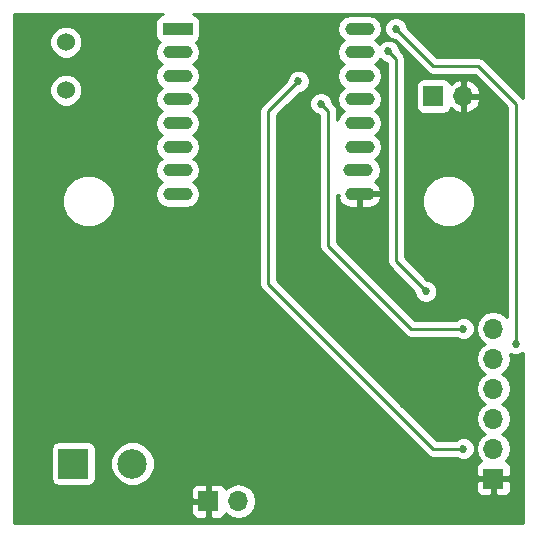
<source format=gbr>
G04 #@! TF.FileFunction,Copper,L2,Bot,Signal*
%FSLAX46Y46*%
G04 Gerber Fmt 4.6, Leading zero omitted, Abs format (unit mm)*
G04 Created by KiCad (PCBNEW 4.0.5) date 2017 May 09, Tuesday 22:40:34*
%MOMM*%
%LPD*%
G01*
G04 APERTURE LIST*
%ADD10C,0.100000*%
%ADD11R,2.500000X1.100000*%
%ADD12O,2.500000X1.100000*%
%ADD13C,1.524000*%
%ADD14R,2.500000X2.500000*%
%ADD15C,2.500000*%
%ADD16R,1.700000X1.700000*%
%ADD17O,1.700000X1.700000*%
%ADD18C,0.685800*%
%ADD19C,0.254000*%
G04 APERTURE END LIST*
D10*
D11*
X166940000Y-85725000D03*
D12*
X166940000Y-87725000D03*
X166940000Y-89725000D03*
X166940000Y-91725000D03*
X166940000Y-93725000D03*
X166940000Y-95725000D03*
X166940000Y-97725000D03*
X166940000Y-99725000D03*
X182340000Y-99725000D03*
X182240000Y-97725000D03*
X182340000Y-95725000D03*
X182340000Y-93725000D03*
X182340000Y-91725000D03*
X182340000Y-89725000D03*
X182340000Y-87725000D03*
X182340000Y-85725000D03*
D13*
X157480000Y-86868000D03*
X157480000Y-90932000D03*
D14*
X158115000Y-122555000D03*
D15*
X163115000Y-122555000D03*
D16*
X169545000Y-125730000D03*
D17*
X172085000Y-125730000D03*
D16*
X193675000Y-123825000D03*
D17*
X193675000Y-121285000D03*
X193675000Y-118745000D03*
X193675000Y-116205000D03*
X193675000Y-113665000D03*
X193675000Y-111125000D03*
D16*
X188595000Y-91440000D03*
D17*
X191135000Y-91440000D03*
D18*
X158750000Y-110490000D03*
X194310000Y-93345000D03*
X164465000Y-102870000D03*
X186055000Y-120650000D03*
X186055000Y-124460000D03*
X173355000Y-112395000D03*
X176530000Y-102235000D03*
X173355000Y-121285000D03*
X186055000Y-117475000D03*
X186690000Y-113030000D03*
X187960000Y-107950000D03*
X184785000Y-87630000D03*
X195580000Y-112395000D03*
X185420000Y-85725000D03*
X191135000Y-121285000D03*
X177165000Y-90170000D03*
X191135000Y-111125000D03*
X179070000Y-92075000D03*
D19*
X185420000Y-105410000D02*
X187960000Y-107950000D01*
X185420000Y-88265000D02*
X185420000Y-105410000D01*
X184785000Y-87630000D02*
X185420000Y-88265000D01*
X195580000Y-92075000D02*
X195580000Y-112395000D01*
X192405000Y-88900000D02*
X195580000Y-92075000D01*
X188595000Y-88900000D02*
X192405000Y-88900000D01*
X185420000Y-85725000D02*
X188595000Y-88900000D01*
X188595000Y-121285000D02*
X191135000Y-121285000D01*
X174625000Y-107315000D02*
X188595000Y-121285000D01*
X174625000Y-92710000D02*
X174625000Y-107315000D01*
X177165000Y-90170000D02*
X174625000Y-92710000D01*
X186690000Y-111125000D02*
X191135000Y-111125000D01*
X179705000Y-104140000D02*
X186690000Y-111125000D01*
X179705000Y-92710000D02*
X179705000Y-104140000D01*
X179070000Y-92075000D02*
X179705000Y-92710000D01*
G36*
X165454683Y-84571838D02*
X165238559Y-84710910D01*
X165093569Y-84923110D01*
X165042560Y-85175000D01*
X165042560Y-86275000D01*
X165086838Y-86510317D01*
X165225910Y-86726441D01*
X165413615Y-86854694D01*
X165365149Y-86887078D01*
X165108274Y-87271520D01*
X165018071Y-87725000D01*
X165108274Y-88178480D01*
X165365149Y-88562922D01*
X165607717Y-88725000D01*
X165365149Y-88887078D01*
X165108274Y-89271520D01*
X165018071Y-89725000D01*
X165108274Y-90178480D01*
X165365149Y-90562922D01*
X165607717Y-90725000D01*
X165365149Y-90887078D01*
X165108274Y-91271520D01*
X165018071Y-91725000D01*
X165108274Y-92178480D01*
X165365149Y-92562922D01*
X165607717Y-92725000D01*
X165365149Y-92887078D01*
X165108274Y-93271520D01*
X165018071Y-93725000D01*
X165108274Y-94178480D01*
X165365149Y-94562922D01*
X165607717Y-94725000D01*
X165365149Y-94887078D01*
X165108274Y-95271520D01*
X165018071Y-95725000D01*
X165108274Y-96178480D01*
X165365149Y-96562922D01*
X165607717Y-96725000D01*
X165365149Y-96887078D01*
X165108274Y-97271520D01*
X165018071Y-97725000D01*
X165108274Y-98178480D01*
X165365149Y-98562922D01*
X165607717Y-98725000D01*
X165365149Y-98887078D01*
X165108274Y-99271520D01*
X165018071Y-99725000D01*
X165108274Y-100178480D01*
X165365149Y-100562922D01*
X165749591Y-100819797D01*
X166203071Y-100910000D01*
X167676929Y-100910000D01*
X168130409Y-100819797D01*
X168514851Y-100562922D01*
X168771726Y-100178480D01*
X168861929Y-99725000D01*
X168771726Y-99271520D01*
X168514851Y-98887078D01*
X168272283Y-98725000D01*
X168514851Y-98562922D01*
X168771726Y-98178480D01*
X168861929Y-97725000D01*
X168771726Y-97271520D01*
X168514851Y-96887078D01*
X168272283Y-96725000D01*
X168514851Y-96562922D01*
X168771726Y-96178480D01*
X168861929Y-95725000D01*
X168771726Y-95271520D01*
X168514851Y-94887078D01*
X168272283Y-94725000D01*
X168514851Y-94562922D01*
X168771726Y-94178480D01*
X168861929Y-93725000D01*
X168771726Y-93271520D01*
X168514851Y-92887078D01*
X168272283Y-92725000D01*
X168294732Y-92710000D01*
X173863000Y-92710000D01*
X173863000Y-107315000D01*
X173921004Y-107606605D01*
X174021052Y-107756337D01*
X174086185Y-107853815D01*
X188056184Y-121823815D01*
X188303395Y-121988996D01*
X188595000Y-122047000D01*
X190513917Y-122047000D01*
X190580341Y-122113540D01*
X190939630Y-122262730D01*
X191328663Y-122263069D01*
X191688212Y-122114507D01*
X191963540Y-121839659D01*
X192112730Y-121480370D01*
X192113069Y-121091337D01*
X191964507Y-120731788D01*
X191689659Y-120456460D01*
X191330370Y-120307270D01*
X190941337Y-120306931D01*
X190581788Y-120455493D01*
X190514163Y-120523000D01*
X188910631Y-120523000D01*
X175387000Y-106999370D01*
X175387000Y-93025630D01*
X176143967Y-92268663D01*
X178091931Y-92268663D01*
X178240493Y-92628212D01*
X178515341Y-92903540D01*
X178874630Y-93052730D01*
X178943000Y-93052790D01*
X178943000Y-104140000D01*
X179001004Y-104431605D01*
X179145596Y-104648001D01*
X179166185Y-104678815D01*
X186151185Y-111663816D01*
X186299377Y-111762834D01*
X186398395Y-111828996D01*
X186690000Y-111887000D01*
X190513917Y-111887000D01*
X190580341Y-111953540D01*
X190939630Y-112102730D01*
X191328663Y-112103069D01*
X191688212Y-111954507D01*
X191963540Y-111679659D01*
X192112730Y-111320370D01*
X192113069Y-110931337D01*
X191964507Y-110571788D01*
X191689659Y-110296460D01*
X191330370Y-110147270D01*
X190941337Y-110146931D01*
X190581788Y-110295493D01*
X190514163Y-110363000D01*
X187005631Y-110363000D01*
X180467000Y-103824370D01*
X180467000Y-99852002D01*
X180621638Y-99852002D01*
X180496197Y-100034744D01*
X180496602Y-100061146D01*
X180712276Y-100473118D01*
X181069187Y-100771196D01*
X181513000Y-100910000D01*
X182213000Y-100910000D01*
X182213000Y-99852000D01*
X182467000Y-99852000D01*
X182467000Y-100910000D01*
X183167000Y-100910000D01*
X183610813Y-100771196D01*
X183967724Y-100473118D01*
X184183398Y-100061146D01*
X184183803Y-100034744D01*
X184058361Y-99852000D01*
X182467000Y-99852000D01*
X182213000Y-99852000D01*
X182193000Y-99852000D01*
X182193000Y-99598000D01*
X182213000Y-99598000D01*
X182213000Y-99578000D01*
X182467000Y-99578000D01*
X182467000Y-99598000D01*
X184058361Y-99598000D01*
X184183803Y-99415256D01*
X184183398Y-99388854D01*
X183967724Y-98976882D01*
X183624417Y-98690165D01*
X183814851Y-98562922D01*
X184071726Y-98178480D01*
X184161929Y-97725000D01*
X184071726Y-97271520D01*
X183814851Y-96887078D01*
X183622283Y-96758409D01*
X183914851Y-96562922D01*
X184171726Y-96178480D01*
X184261929Y-95725000D01*
X184171726Y-95271520D01*
X183914851Y-94887078D01*
X183672283Y-94725000D01*
X183914851Y-94562922D01*
X184171726Y-94178480D01*
X184261929Y-93725000D01*
X184171726Y-93271520D01*
X183914851Y-92887078D01*
X183672283Y-92725000D01*
X183914851Y-92562922D01*
X184171726Y-92178480D01*
X184261929Y-91725000D01*
X184171726Y-91271520D01*
X183914851Y-90887078D01*
X183672283Y-90725000D01*
X183914851Y-90562922D01*
X184171726Y-90178480D01*
X184261929Y-89725000D01*
X184171726Y-89271520D01*
X183914851Y-88887078D01*
X183672283Y-88725000D01*
X183914851Y-88562922D01*
X184083131Y-88311073D01*
X184230341Y-88458540D01*
X184589630Y-88607730D01*
X184658000Y-88607790D01*
X184658000Y-105410000D01*
X184716004Y-105701605D01*
X184881185Y-105948815D01*
X186982013Y-108049644D01*
X186981931Y-108143663D01*
X187130493Y-108503212D01*
X187405341Y-108778540D01*
X187764630Y-108927730D01*
X188153663Y-108928069D01*
X188513212Y-108779507D01*
X188788540Y-108504659D01*
X188937730Y-108145370D01*
X188938069Y-107756337D01*
X188789507Y-107396788D01*
X188514659Y-107121460D01*
X188155370Y-106972270D01*
X188059818Y-106972187D01*
X186182000Y-105094370D01*
X186182000Y-100772619D01*
X187629613Y-100772619D01*
X187969155Y-101594372D01*
X188597321Y-102223636D01*
X189418481Y-102564611D01*
X190307619Y-102565387D01*
X191129372Y-102225845D01*
X191758636Y-101597679D01*
X192099611Y-100776519D01*
X192100387Y-99887381D01*
X191760845Y-99065628D01*
X191132679Y-98436364D01*
X190311519Y-98095389D01*
X189422381Y-98094613D01*
X188600628Y-98434155D01*
X187971364Y-99062321D01*
X187630389Y-99883481D01*
X187629613Y-100772619D01*
X186182000Y-100772619D01*
X186182000Y-90590000D01*
X187097560Y-90590000D01*
X187097560Y-92290000D01*
X187141838Y-92525317D01*
X187280910Y-92741441D01*
X187493110Y-92886431D01*
X187745000Y-92937440D01*
X189445000Y-92937440D01*
X189680317Y-92893162D01*
X189896441Y-92754090D01*
X190041431Y-92541890D01*
X190063301Y-92433893D01*
X190368076Y-92711645D01*
X190778110Y-92881476D01*
X191008000Y-92760155D01*
X191008000Y-91567000D01*
X191262000Y-91567000D01*
X191262000Y-92760155D01*
X191491890Y-92881476D01*
X191901924Y-92711645D01*
X192330183Y-92321358D01*
X192576486Y-91796892D01*
X192455819Y-91567000D01*
X191262000Y-91567000D01*
X191008000Y-91567000D01*
X190988000Y-91567000D01*
X190988000Y-91313000D01*
X191008000Y-91313000D01*
X191008000Y-90119845D01*
X191262000Y-90119845D01*
X191262000Y-91313000D01*
X192455819Y-91313000D01*
X192576486Y-91083108D01*
X192330183Y-90558642D01*
X191901924Y-90168355D01*
X191491890Y-89998524D01*
X191262000Y-90119845D01*
X191008000Y-90119845D01*
X190778110Y-89998524D01*
X190368076Y-90168355D01*
X190065063Y-90444501D01*
X190048162Y-90354683D01*
X189909090Y-90138559D01*
X189696890Y-89993569D01*
X189445000Y-89942560D01*
X187745000Y-89942560D01*
X187509683Y-89986838D01*
X187293559Y-90125910D01*
X187148569Y-90338110D01*
X187097560Y-90590000D01*
X186182000Y-90590000D01*
X186182000Y-88265000D01*
X186123996Y-87973395D01*
X186023948Y-87823663D01*
X185958816Y-87726185D01*
X185762987Y-87530356D01*
X185763069Y-87436337D01*
X185614507Y-87076788D01*
X185339659Y-86801460D01*
X184980370Y-86652270D01*
X184591337Y-86651931D01*
X184231788Y-86800493D01*
X184006960Y-87024929D01*
X183914851Y-86887078D01*
X183672283Y-86725000D01*
X183914851Y-86562922D01*
X184171726Y-86178480D01*
X184261929Y-85725000D01*
X184171726Y-85271520D01*
X183914851Y-84887078D01*
X183530409Y-84630203D01*
X183076929Y-84540000D01*
X181603071Y-84540000D01*
X181149591Y-84630203D01*
X180765149Y-84887078D01*
X180508274Y-85271520D01*
X180418071Y-85725000D01*
X180508274Y-86178480D01*
X180765149Y-86562922D01*
X181007717Y-86725000D01*
X180765149Y-86887078D01*
X180508274Y-87271520D01*
X180418071Y-87725000D01*
X180508274Y-88178480D01*
X180765149Y-88562922D01*
X181007717Y-88725000D01*
X180765149Y-88887078D01*
X180508274Y-89271520D01*
X180418071Y-89725000D01*
X180508274Y-90178480D01*
X180765149Y-90562922D01*
X181007717Y-90725000D01*
X180765149Y-90887078D01*
X180508274Y-91271520D01*
X180418071Y-91725000D01*
X180508274Y-92178480D01*
X180765149Y-92562922D01*
X181007717Y-92725000D01*
X180765149Y-92887078D01*
X180508274Y-93271520D01*
X180467000Y-93479018D01*
X180467000Y-92710000D01*
X180408996Y-92418395D01*
X180308948Y-92268663D01*
X180243816Y-92171185D01*
X180047987Y-91975356D01*
X180048069Y-91881337D01*
X179899507Y-91521788D01*
X179624659Y-91246460D01*
X179265370Y-91097270D01*
X178876337Y-91096931D01*
X178516788Y-91245493D01*
X178241460Y-91520341D01*
X178092270Y-91879630D01*
X178091931Y-92268663D01*
X176143967Y-92268663D01*
X177264644Y-91147987D01*
X177358663Y-91148069D01*
X177718212Y-90999507D01*
X177993540Y-90724659D01*
X178142730Y-90365370D01*
X178143069Y-89976337D01*
X177994507Y-89616788D01*
X177719659Y-89341460D01*
X177360370Y-89192270D01*
X176971337Y-89191931D01*
X176611788Y-89340493D01*
X176336460Y-89615341D01*
X176187270Y-89974630D01*
X176187187Y-90070182D01*
X174086185Y-92171185D01*
X173921004Y-92418395D01*
X173863000Y-92710000D01*
X168294732Y-92710000D01*
X168514851Y-92562922D01*
X168771726Y-92178480D01*
X168861929Y-91725000D01*
X168771726Y-91271520D01*
X168514851Y-90887078D01*
X168272283Y-90725000D01*
X168514851Y-90562922D01*
X168771726Y-90178480D01*
X168861929Y-89725000D01*
X168771726Y-89271520D01*
X168514851Y-88887078D01*
X168272283Y-88725000D01*
X168514851Y-88562922D01*
X168771726Y-88178480D01*
X168861929Y-87725000D01*
X168771726Y-87271520D01*
X168514851Y-86887078D01*
X168464129Y-86853187D01*
X168641441Y-86739090D01*
X168786431Y-86526890D01*
X168837440Y-86275000D01*
X168837440Y-85175000D01*
X168793162Y-84939683D01*
X168654090Y-84723559D01*
X168441890Y-84578569D01*
X168202049Y-84530000D01*
X196140000Y-84530000D01*
X196140000Y-91567890D01*
X196118815Y-91536185D01*
X192943815Y-88361185D01*
X192696605Y-88196004D01*
X192405000Y-88138000D01*
X188910630Y-88138000D01*
X186397987Y-85625357D01*
X186398069Y-85531337D01*
X186249507Y-85171788D01*
X185974659Y-84896460D01*
X185615370Y-84747270D01*
X185226337Y-84746931D01*
X184866788Y-84895493D01*
X184591460Y-85170341D01*
X184442270Y-85529630D01*
X184441931Y-85918663D01*
X184590493Y-86278212D01*
X184865341Y-86553540D01*
X185224630Y-86702730D01*
X185320183Y-86702813D01*
X188056185Y-89438815D01*
X188303395Y-89603996D01*
X188595000Y-89662000D01*
X192089370Y-89662000D01*
X194818000Y-92390630D01*
X194818000Y-110170509D01*
X194754147Y-110074946D01*
X194272378Y-109753039D01*
X193704093Y-109640000D01*
X193645907Y-109640000D01*
X193077622Y-109753039D01*
X192595853Y-110074946D01*
X192273946Y-110556715D01*
X192160907Y-111125000D01*
X192273946Y-111693285D01*
X192595853Y-112175054D01*
X192925026Y-112395000D01*
X192595853Y-112614946D01*
X192273946Y-113096715D01*
X192160907Y-113665000D01*
X192273946Y-114233285D01*
X192595853Y-114715054D01*
X192925026Y-114935000D01*
X192595853Y-115154946D01*
X192273946Y-115636715D01*
X192160907Y-116205000D01*
X192273946Y-116773285D01*
X192595853Y-117255054D01*
X192925026Y-117475000D01*
X192595853Y-117694946D01*
X192273946Y-118176715D01*
X192160907Y-118745000D01*
X192273946Y-119313285D01*
X192595853Y-119795054D01*
X192925026Y-120015000D01*
X192595853Y-120234946D01*
X192273946Y-120716715D01*
X192160907Y-121285000D01*
X192273946Y-121853285D01*
X192595853Y-122335054D01*
X192639777Y-122364403D01*
X192465302Y-122436673D01*
X192286673Y-122615301D01*
X192190000Y-122848690D01*
X192190000Y-123539250D01*
X192348750Y-123698000D01*
X193548000Y-123698000D01*
X193548000Y-123678000D01*
X193802000Y-123678000D01*
X193802000Y-123698000D01*
X195001250Y-123698000D01*
X195160000Y-123539250D01*
X195160000Y-122848690D01*
X195063327Y-122615301D01*
X194884698Y-122436673D01*
X194710223Y-122364403D01*
X194754147Y-122335054D01*
X195076054Y-121853285D01*
X195189093Y-121285000D01*
X195076054Y-120716715D01*
X194754147Y-120234946D01*
X194424974Y-120015000D01*
X194754147Y-119795054D01*
X195076054Y-119313285D01*
X195189093Y-118745000D01*
X195076054Y-118176715D01*
X194754147Y-117694946D01*
X194424974Y-117475000D01*
X194754147Y-117255054D01*
X195076054Y-116773285D01*
X195189093Y-116205000D01*
X195076054Y-115636715D01*
X194754147Y-115154946D01*
X194424974Y-114935000D01*
X194754147Y-114715054D01*
X195076054Y-114233285D01*
X195189093Y-113665000D01*
X195108118Y-113257912D01*
X195384630Y-113372730D01*
X195773663Y-113373069D01*
X196133212Y-113224507D01*
X196140000Y-113217731D01*
X196140000Y-127560000D01*
X153110000Y-127560000D01*
X153110000Y-126015750D01*
X168060000Y-126015750D01*
X168060000Y-126706309D01*
X168156673Y-126939698D01*
X168335301Y-127118327D01*
X168568690Y-127215000D01*
X169259250Y-127215000D01*
X169418000Y-127056250D01*
X169418000Y-125857000D01*
X168218750Y-125857000D01*
X168060000Y-126015750D01*
X153110000Y-126015750D01*
X153110000Y-124753691D01*
X168060000Y-124753691D01*
X168060000Y-125444250D01*
X168218750Y-125603000D01*
X169418000Y-125603000D01*
X169418000Y-124403750D01*
X169672000Y-124403750D01*
X169672000Y-125603000D01*
X169692000Y-125603000D01*
X169692000Y-125857000D01*
X169672000Y-125857000D01*
X169672000Y-127056250D01*
X169830750Y-127215000D01*
X170521310Y-127215000D01*
X170754699Y-127118327D01*
X170933327Y-126939698D01*
X171005597Y-126765223D01*
X171034946Y-126809147D01*
X171516715Y-127131054D01*
X172085000Y-127244093D01*
X172653285Y-127131054D01*
X173135054Y-126809147D01*
X173456961Y-126327378D01*
X173570000Y-125759093D01*
X173570000Y-125700907D01*
X173456961Y-125132622D01*
X173135054Y-124650853D01*
X172653285Y-124328946D01*
X172085000Y-124215907D01*
X171516715Y-124328946D01*
X171034946Y-124650853D01*
X171005597Y-124694777D01*
X170933327Y-124520302D01*
X170754699Y-124341673D01*
X170521310Y-124245000D01*
X169830750Y-124245000D01*
X169672000Y-124403750D01*
X169418000Y-124403750D01*
X169259250Y-124245000D01*
X168568690Y-124245000D01*
X168335301Y-124341673D01*
X168156673Y-124520302D01*
X168060000Y-124753691D01*
X153110000Y-124753691D01*
X153110000Y-121305000D01*
X156217560Y-121305000D01*
X156217560Y-123805000D01*
X156261838Y-124040317D01*
X156400910Y-124256441D01*
X156613110Y-124401431D01*
X156865000Y-124452440D01*
X159365000Y-124452440D01*
X159600317Y-124408162D01*
X159816441Y-124269090D01*
X159961431Y-124056890D01*
X160012440Y-123805000D01*
X160012440Y-122928305D01*
X161229674Y-122928305D01*
X161516043Y-123621372D01*
X162045839Y-124152093D01*
X162738405Y-124439672D01*
X163488305Y-124440326D01*
X164181372Y-124153957D01*
X164224654Y-124110750D01*
X192190000Y-124110750D01*
X192190000Y-124801310D01*
X192286673Y-125034699D01*
X192465302Y-125213327D01*
X192698691Y-125310000D01*
X193389250Y-125310000D01*
X193548000Y-125151250D01*
X193548000Y-123952000D01*
X193802000Y-123952000D01*
X193802000Y-125151250D01*
X193960750Y-125310000D01*
X194651309Y-125310000D01*
X194884698Y-125213327D01*
X195063327Y-125034699D01*
X195160000Y-124801310D01*
X195160000Y-124110750D01*
X195001250Y-123952000D01*
X193802000Y-123952000D01*
X193548000Y-123952000D01*
X192348750Y-123952000D01*
X192190000Y-124110750D01*
X164224654Y-124110750D01*
X164712093Y-123624161D01*
X164999672Y-122931595D01*
X165000326Y-122181695D01*
X164713957Y-121488628D01*
X164184161Y-120957907D01*
X163491595Y-120670328D01*
X162741695Y-120669674D01*
X162048628Y-120956043D01*
X161517907Y-121485839D01*
X161230328Y-122178405D01*
X161229674Y-122928305D01*
X160012440Y-122928305D01*
X160012440Y-121305000D01*
X159968162Y-121069683D01*
X159829090Y-120853559D01*
X159616890Y-120708569D01*
X159365000Y-120657560D01*
X156865000Y-120657560D01*
X156629683Y-120701838D01*
X156413559Y-120840910D01*
X156268569Y-121053110D01*
X156217560Y-121305000D01*
X153110000Y-121305000D01*
X153110000Y-100772619D01*
X157149613Y-100772619D01*
X157489155Y-101594372D01*
X158117321Y-102223636D01*
X158938481Y-102564611D01*
X159827619Y-102565387D01*
X160649372Y-102225845D01*
X161278636Y-101597679D01*
X161619611Y-100776519D01*
X161620387Y-99887381D01*
X161280845Y-99065628D01*
X160652679Y-98436364D01*
X159831519Y-98095389D01*
X158942381Y-98094613D01*
X158120628Y-98434155D01*
X157491364Y-99062321D01*
X157150389Y-99883481D01*
X157149613Y-100772619D01*
X153110000Y-100772619D01*
X153110000Y-91208661D01*
X156082758Y-91208661D01*
X156294990Y-91722303D01*
X156687630Y-92115629D01*
X157200900Y-92328757D01*
X157756661Y-92329242D01*
X158270303Y-92117010D01*
X158663629Y-91724370D01*
X158876757Y-91211100D01*
X158877242Y-90655339D01*
X158665010Y-90141697D01*
X158272370Y-89748371D01*
X157759100Y-89535243D01*
X157203339Y-89534758D01*
X156689697Y-89746990D01*
X156296371Y-90139630D01*
X156083243Y-90652900D01*
X156082758Y-91208661D01*
X153110000Y-91208661D01*
X153110000Y-87144661D01*
X156082758Y-87144661D01*
X156294990Y-87658303D01*
X156687630Y-88051629D01*
X157200900Y-88264757D01*
X157756661Y-88265242D01*
X158270303Y-88053010D01*
X158663629Y-87660370D01*
X158876757Y-87147100D01*
X158877242Y-86591339D01*
X158665010Y-86077697D01*
X158272370Y-85684371D01*
X157759100Y-85471243D01*
X157203339Y-85470758D01*
X156689697Y-85682990D01*
X156296371Y-86075630D01*
X156083243Y-86588900D01*
X156082758Y-87144661D01*
X153110000Y-87144661D01*
X153110000Y-84530000D01*
X165677033Y-84530000D01*
X165454683Y-84571838D01*
X165454683Y-84571838D01*
G37*
X165454683Y-84571838D02*
X165238559Y-84710910D01*
X165093569Y-84923110D01*
X165042560Y-85175000D01*
X165042560Y-86275000D01*
X165086838Y-86510317D01*
X165225910Y-86726441D01*
X165413615Y-86854694D01*
X165365149Y-86887078D01*
X165108274Y-87271520D01*
X165018071Y-87725000D01*
X165108274Y-88178480D01*
X165365149Y-88562922D01*
X165607717Y-88725000D01*
X165365149Y-88887078D01*
X165108274Y-89271520D01*
X165018071Y-89725000D01*
X165108274Y-90178480D01*
X165365149Y-90562922D01*
X165607717Y-90725000D01*
X165365149Y-90887078D01*
X165108274Y-91271520D01*
X165018071Y-91725000D01*
X165108274Y-92178480D01*
X165365149Y-92562922D01*
X165607717Y-92725000D01*
X165365149Y-92887078D01*
X165108274Y-93271520D01*
X165018071Y-93725000D01*
X165108274Y-94178480D01*
X165365149Y-94562922D01*
X165607717Y-94725000D01*
X165365149Y-94887078D01*
X165108274Y-95271520D01*
X165018071Y-95725000D01*
X165108274Y-96178480D01*
X165365149Y-96562922D01*
X165607717Y-96725000D01*
X165365149Y-96887078D01*
X165108274Y-97271520D01*
X165018071Y-97725000D01*
X165108274Y-98178480D01*
X165365149Y-98562922D01*
X165607717Y-98725000D01*
X165365149Y-98887078D01*
X165108274Y-99271520D01*
X165018071Y-99725000D01*
X165108274Y-100178480D01*
X165365149Y-100562922D01*
X165749591Y-100819797D01*
X166203071Y-100910000D01*
X167676929Y-100910000D01*
X168130409Y-100819797D01*
X168514851Y-100562922D01*
X168771726Y-100178480D01*
X168861929Y-99725000D01*
X168771726Y-99271520D01*
X168514851Y-98887078D01*
X168272283Y-98725000D01*
X168514851Y-98562922D01*
X168771726Y-98178480D01*
X168861929Y-97725000D01*
X168771726Y-97271520D01*
X168514851Y-96887078D01*
X168272283Y-96725000D01*
X168514851Y-96562922D01*
X168771726Y-96178480D01*
X168861929Y-95725000D01*
X168771726Y-95271520D01*
X168514851Y-94887078D01*
X168272283Y-94725000D01*
X168514851Y-94562922D01*
X168771726Y-94178480D01*
X168861929Y-93725000D01*
X168771726Y-93271520D01*
X168514851Y-92887078D01*
X168272283Y-92725000D01*
X168294732Y-92710000D01*
X173863000Y-92710000D01*
X173863000Y-107315000D01*
X173921004Y-107606605D01*
X174021052Y-107756337D01*
X174086185Y-107853815D01*
X188056184Y-121823815D01*
X188303395Y-121988996D01*
X188595000Y-122047000D01*
X190513917Y-122047000D01*
X190580341Y-122113540D01*
X190939630Y-122262730D01*
X191328663Y-122263069D01*
X191688212Y-122114507D01*
X191963540Y-121839659D01*
X192112730Y-121480370D01*
X192113069Y-121091337D01*
X191964507Y-120731788D01*
X191689659Y-120456460D01*
X191330370Y-120307270D01*
X190941337Y-120306931D01*
X190581788Y-120455493D01*
X190514163Y-120523000D01*
X188910631Y-120523000D01*
X175387000Y-106999370D01*
X175387000Y-93025630D01*
X176143967Y-92268663D01*
X178091931Y-92268663D01*
X178240493Y-92628212D01*
X178515341Y-92903540D01*
X178874630Y-93052730D01*
X178943000Y-93052790D01*
X178943000Y-104140000D01*
X179001004Y-104431605D01*
X179145596Y-104648001D01*
X179166185Y-104678815D01*
X186151185Y-111663816D01*
X186299377Y-111762834D01*
X186398395Y-111828996D01*
X186690000Y-111887000D01*
X190513917Y-111887000D01*
X190580341Y-111953540D01*
X190939630Y-112102730D01*
X191328663Y-112103069D01*
X191688212Y-111954507D01*
X191963540Y-111679659D01*
X192112730Y-111320370D01*
X192113069Y-110931337D01*
X191964507Y-110571788D01*
X191689659Y-110296460D01*
X191330370Y-110147270D01*
X190941337Y-110146931D01*
X190581788Y-110295493D01*
X190514163Y-110363000D01*
X187005631Y-110363000D01*
X180467000Y-103824370D01*
X180467000Y-99852002D01*
X180621638Y-99852002D01*
X180496197Y-100034744D01*
X180496602Y-100061146D01*
X180712276Y-100473118D01*
X181069187Y-100771196D01*
X181513000Y-100910000D01*
X182213000Y-100910000D01*
X182213000Y-99852000D01*
X182467000Y-99852000D01*
X182467000Y-100910000D01*
X183167000Y-100910000D01*
X183610813Y-100771196D01*
X183967724Y-100473118D01*
X184183398Y-100061146D01*
X184183803Y-100034744D01*
X184058361Y-99852000D01*
X182467000Y-99852000D01*
X182213000Y-99852000D01*
X182193000Y-99852000D01*
X182193000Y-99598000D01*
X182213000Y-99598000D01*
X182213000Y-99578000D01*
X182467000Y-99578000D01*
X182467000Y-99598000D01*
X184058361Y-99598000D01*
X184183803Y-99415256D01*
X184183398Y-99388854D01*
X183967724Y-98976882D01*
X183624417Y-98690165D01*
X183814851Y-98562922D01*
X184071726Y-98178480D01*
X184161929Y-97725000D01*
X184071726Y-97271520D01*
X183814851Y-96887078D01*
X183622283Y-96758409D01*
X183914851Y-96562922D01*
X184171726Y-96178480D01*
X184261929Y-95725000D01*
X184171726Y-95271520D01*
X183914851Y-94887078D01*
X183672283Y-94725000D01*
X183914851Y-94562922D01*
X184171726Y-94178480D01*
X184261929Y-93725000D01*
X184171726Y-93271520D01*
X183914851Y-92887078D01*
X183672283Y-92725000D01*
X183914851Y-92562922D01*
X184171726Y-92178480D01*
X184261929Y-91725000D01*
X184171726Y-91271520D01*
X183914851Y-90887078D01*
X183672283Y-90725000D01*
X183914851Y-90562922D01*
X184171726Y-90178480D01*
X184261929Y-89725000D01*
X184171726Y-89271520D01*
X183914851Y-88887078D01*
X183672283Y-88725000D01*
X183914851Y-88562922D01*
X184083131Y-88311073D01*
X184230341Y-88458540D01*
X184589630Y-88607730D01*
X184658000Y-88607790D01*
X184658000Y-105410000D01*
X184716004Y-105701605D01*
X184881185Y-105948815D01*
X186982013Y-108049644D01*
X186981931Y-108143663D01*
X187130493Y-108503212D01*
X187405341Y-108778540D01*
X187764630Y-108927730D01*
X188153663Y-108928069D01*
X188513212Y-108779507D01*
X188788540Y-108504659D01*
X188937730Y-108145370D01*
X188938069Y-107756337D01*
X188789507Y-107396788D01*
X188514659Y-107121460D01*
X188155370Y-106972270D01*
X188059818Y-106972187D01*
X186182000Y-105094370D01*
X186182000Y-100772619D01*
X187629613Y-100772619D01*
X187969155Y-101594372D01*
X188597321Y-102223636D01*
X189418481Y-102564611D01*
X190307619Y-102565387D01*
X191129372Y-102225845D01*
X191758636Y-101597679D01*
X192099611Y-100776519D01*
X192100387Y-99887381D01*
X191760845Y-99065628D01*
X191132679Y-98436364D01*
X190311519Y-98095389D01*
X189422381Y-98094613D01*
X188600628Y-98434155D01*
X187971364Y-99062321D01*
X187630389Y-99883481D01*
X187629613Y-100772619D01*
X186182000Y-100772619D01*
X186182000Y-90590000D01*
X187097560Y-90590000D01*
X187097560Y-92290000D01*
X187141838Y-92525317D01*
X187280910Y-92741441D01*
X187493110Y-92886431D01*
X187745000Y-92937440D01*
X189445000Y-92937440D01*
X189680317Y-92893162D01*
X189896441Y-92754090D01*
X190041431Y-92541890D01*
X190063301Y-92433893D01*
X190368076Y-92711645D01*
X190778110Y-92881476D01*
X191008000Y-92760155D01*
X191008000Y-91567000D01*
X191262000Y-91567000D01*
X191262000Y-92760155D01*
X191491890Y-92881476D01*
X191901924Y-92711645D01*
X192330183Y-92321358D01*
X192576486Y-91796892D01*
X192455819Y-91567000D01*
X191262000Y-91567000D01*
X191008000Y-91567000D01*
X190988000Y-91567000D01*
X190988000Y-91313000D01*
X191008000Y-91313000D01*
X191008000Y-90119845D01*
X191262000Y-90119845D01*
X191262000Y-91313000D01*
X192455819Y-91313000D01*
X192576486Y-91083108D01*
X192330183Y-90558642D01*
X191901924Y-90168355D01*
X191491890Y-89998524D01*
X191262000Y-90119845D01*
X191008000Y-90119845D01*
X190778110Y-89998524D01*
X190368076Y-90168355D01*
X190065063Y-90444501D01*
X190048162Y-90354683D01*
X189909090Y-90138559D01*
X189696890Y-89993569D01*
X189445000Y-89942560D01*
X187745000Y-89942560D01*
X187509683Y-89986838D01*
X187293559Y-90125910D01*
X187148569Y-90338110D01*
X187097560Y-90590000D01*
X186182000Y-90590000D01*
X186182000Y-88265000D01*
X186123996Y-87973395D01*
X186023948Y-87823663D01*
X185958816Y-87726185D01*
X185762987Y-87530356D01*
X185763069Y-87436337D01*
X185614507Y-87076788D01*
X185339659Y-86801460D01*
X184980370Y-86652270D01*
X184591337Y-86651931D01*
X184231788Y-86800493D01*
X184006960Y-87024929D01*
X183914851Y-86887078D01*
X183672283Y-86725000D01*
X183914851Y-86562922D01*
X184171726Y-86178480D01*
X184261929Y-85725000D01*
X184171726Y-85271520D01*
X183914851Y-84887078D01*
X183530409Y-84630203D01*
X183076929Y-84540000D01*
X181603071Y-84540000D01*
X181149591Y-84630203D01*
X180765149Y-84887078D01*
X180508274Y-85271520D01*
X180418071Y-85725000D01*
X180508274Y-86178480D01*
X180765149Y-86562922D01*
X181007717Y-86725000D01*
X180765149Y-86887078D01*
X180508274Y-87271520D01*
X180418071Y-87725000D01*
X180508274Y-88178480D01*
X180765149Y-88562922D01*
X181007717Y-88725000D01*
X180765149Y-88887078D01*
X180508274Y-89271520D01*
X180418071Y-89725000D01*
X180508274Y-90178480D01*
X180765149Y-90562922D01*
X181007717Y-90725000D01*
X180765149Y-90887078D01*
X180508274Y-91271520D01*
X180418071Y-91725000D01*
X180508274Y-92178480D01*
X180765149Y-92562922D01*
X181007717Y-92725000D01*
X180765149Y-92887078D01*
X180508274Y-93271520D01*
X180467000Y-93479018D01*
X180467000Y-92710000D01*
X180408996Y-92418395D01*
X180308948Y-92268663D01*
X180243816Y-92171185D01*
X180047987Y-91975356D01*
X180048069Y-91881337D01*
X179899507Y-91521788D01*
X179624659Y-91246460D01*
X179265370Y-91097270D01*
X178876337Y-91096931D01*
X178516788Y-91245493D01*
X178241460Y-91520341D01*
X178092270Y-91879630D01*
X178091931Y-92268663D01*
X176143967Y-92268663D01*
X177264644Y-91147987D01*
X177358663Y-91148069D01*
X177718212Y-90999507D01*
X177993540Y-90724659D01*
X178142730Y-90365370D01*
X178143069Y-89976337D01*
X177994507Y-89616788D01*
X177719659Y-89341460D01*
X177360370Y-89192270D01*
X176971337Y-89191931D01*
X176611788Y-89340493D01*
X176336460Y-89615341D01*
X176187270Y-89974630D01*
X176187187Y-90070182D01*
X174086185Y-92171185D01*
X173921004Y-92418395D01*
X173863000Y-92710000D01*
X168294732Y-92710000D01*
X168514851Y-92562922D01*
X168771726Y-92178480D01*
X168861929Y-91725000D01*
X168771726Y-91271520D01*
X168514851Y-90887078D01*
X168272283Y-90725000D01*
X168514851Y-90562922D01*
X168771726Y-90178480D01*
X168861929Y-89725000D01*
X168771726Y-89271520D01*
X168514851Y-88887078D01*
X168272283Y-88725000D01*
X168514851Y-88562922D01*
X168771726Y-88178480D01*
X168861929Y-87725000D01*
X168771726Y-87271520D01*
X168514851Y-86887078D01*
X168464129Y-86853187D01*
X168641441Y-86739090D01*
X168786431Y-86526890D01*
X168837440Y-86275000D01*
X168837440Y-85175000D01*
X168793162Y-84939683D01*
X168654090Y-84723559D01*
X168441890Y-84578569D01*
X168202049Y-84530000D01*
X196140000Y-84530000D01*
X196140000Y-91567890D01*
X196118815Y-91536185D01*
X192943815Y-88361185D01*
X192696605Y-88196004D01*
X192405000Y-88138000D01*
X188910630Y-88138000D01*
X186397987Y-85625357D01*
X186398069Y-85531337D01*
X186249507Y-85171788D01*
X185974659Y-84896460D01*
X185615370Y-84747270D01*
X185226337Y-84746931D01*
X184866788Y-84895493D01*
X184591460Y-85170341D01*
X184442270Y-85529630D01*
X184441931Y-85918663D01*
X184590493Y-86278212D01*
X184865341Y-86553540D01*
X185224630Y-86702730D01*
X185320183Y-86702813D01*
X188056185Y-89438815D01*
X188303395Y-89603996D01*
X188595000Y-89662000D01*
X192089370Y-89662000D01*
X194818000Y-92390630D01*
X194818000Y-110170509D01*
X194754147Y-110074946D01*
X194272378Y-109753039D01*
X193704093Y-109640000D01*
X193645907Y-109640000D01*
X193077622Y-109753039D01*
X192595853Y-110074946D01*
X192273946Y-110556715D01*
X192160907Y-111125000D01*
X192273946Y-111693285D01*
X192595853Y-112175054D01*
X192925026Y-112395000D01*
X192595853Y-112614946D01*
X192273946Y-113096715D01*
X192160907Y-113665000D01*
X192273946Y-114233285D01*
X192595853Y-114715054D01*
X192925026Y-114935000D01*
X192595853Y-115154946D01*
X192273946Y-115636715D01*
X192160907Y-116205000D01*
X192273946Y-116773285D01*
X192595853Y-117255054D01*
X192925026Y-117475000D01*
X192595853Y-117694946D01*
X192273946Y-118176715D01*
X192160907Y-118745000D01*
X192273946Y-119313285D01*
X192595853Y-119795054D01*
X192925026Y-120015000D01*
X192595853Y-120234946D01*
X192273946Y-120716715D01*
X192160907Y-121285000D01*
X192273946Y-121853285D01*
X192595853Y-122335054D01*
X192639777Y-122364403D01*
X192465302Y-122436673D01*
X192286673Y-122615301D01*
X192190000Y-122848690D01*
X192190000Y-123539250D01*
X192348750Y-123698000D01*
X193548000Y-123698000D01*
X193548000Y-123678000D01*
X193802000Y-123678000D01*
X193802000Y-123698000D01*
X195001250Y-123698000D01*
X195160000Y-123539250D01*
X195160000Y-122848690D01*
X195063327Y-122615301D01*
X194884698Y-122436673D01*
X194710223Y-122364403D01*
X194754147Y-122335054D01*
X195076054Y-121853285D01*
X195189093Y-121285000D01*
X195076054Y-120716715D01*
X194754147Y-120234946D01*
X194424974Y-120015000D01*
X194754147Y-119795054D01*
X195076054Y-119313285D01*
X195189093Y-118745000D01*
X195076054Y-118176715D01*
X194754147Y-117694946D01*
X194424974Y-117475000D01*
X194754147Y-117255054D01*
X195076054Y-116773285D01*
X195189093Y-116205000D01*
X195076054Y-115636715D01*
X194754147Y-115154946D01*
X194424974Y-114935000D01*
X194754147Y-114715054D01*
X195076054Y-114233285D01*
X195189093Y-113665000D01*
X195108118Y-113257912D01*
X195384630Y-113372730D01*
X195773663Y-113373069D01*
X196133212Y-113224507D01*
X196140000Y-113217731D01*
X196140000Y-127560000D01*
X153110000Y-127560000D01*
X153110000Y-126015750D01*
X168060000Y-126015750D01*
X168060000Y-126706309D01*
X168156673Y-126939698D01*
X168335301Y-127118327D01*
X168568690Y-127215000D01*
X169259250Y-127215000D01*
X169418000Y-127056250D01*
X169418000Y-125857000D01*
X168218750Y-125857000D01*
X168060000Y-126015750D01*
X153110000Y-126015750D01*
X153110000Y-124753691D01*
X168060000Y-124753691D01*
X168060000Y-125444250D01*
X168218750Y-125603000D01*
X169418000Y-125603000D01*
X169418000Y-124403750D01*
X169672000Y-124403750D01*
X169672000Y-125603000D01*
X169692000Y-125603000D01*
X169692000Y-125857000D01*
X169672000Y-125857000D01*
X169672000Y-127056250D01*
X169830750Y-127215000D01*
X170521310Y-127215000D01*
X170754699Y-127118327D01*
X170933327Y-126939698D01*
X171005597Y-126765223D01*
X171034946Y-126809147D01*
X171516715Y-127131054D01*
X172085000Y-127244093D01*
X172653285Y-127131054D01*
X173135054Y-126809147D01*
X173456961Y-126327378D01*
X173570000Y-125759093D01*
X173570000Y-125700907D01*
X173456961Y-125132622D01*
X173135054Y-124650853D01*
X172653285Y-124328946D01*
X172085000Y-124215907D01*
X171516715Y-124328946D01*
X171034946Y-124650853D01*
X171005597Y-124694777D01*
X170933327Y-124520302D01*
X170754699Y-124341673D01*
X170521310Y-124245000D01*
X169830750Y-124245000D01*
X169672000Y-124403750D01*
X169418000Y-124403750D01*
X169259250Y-124245000D01*
X168568690Y-124245000D01*
X168335301Y-124341673D01*
X168156673Y-124520302D01*
X168060000Y-124753691D01*
X153110000Y-124753691D01*
X153110000Y-121305000D01*
X156217560Y-121305000D01*
X156217560Y-123805000D01*
X156261838Y-124040317D01*
X156400910Y-124256441D01*
X156613110Y-124401431D01*
X156865000Y-124452440D01*
X159365000Y-124452440D01*
X159600317Y-124408162D01*
X159816441Y-124269090D01*
X159961431Y-124056890D01*
X160012440Y-123805000D01*
X160012440Y-122928305D01*
X161229674Y-122928305D01*
X161516043Y-123621372D01*
X162045839Y-124152093D01*
X162738405Y-124439672D01*
X163488305Y-124440326D01*
X164181372Y-124153957D01*
X164224654Y-124110750D01*
X192190000Y-124110750D01*
X192190000Y-124801310D01*
X192286673Y-125034699D01*
X192465302Y-125213327D01*
X192698691Y-125310000D01*
X193389250Y-125310000D01*
X193548000Y-125151250D01*
X193548000Y-123952000D01*
X193802000Y-123952000D01*
X193802000Y-125151250D01*
X193960750Y-125310000D01*
X194651309Y-125310000D01*
X194884698Y-125213327D01*
X195063327Y-125034699D01*
X195160000Y-124801310D01*
X195160000Y-124110750D01*
X195001250Y-123952000D01*
X193802000Y-123952000D01*
X193548000Y-123952000D01*
X192348750Y-123952000D01*
X192190000Y-124110750D01*
X164224654Y-124110750D01*
X164712093Y-123624161D01*
X164999672Y-122931595D01*
X165000326Y-122181695D01*
X164713957Y-121488628D01*
X164184161Y-120957907D01*
X163491595Y-120670328D01*
X162741695Y-120669674D01*
X162048628Y-120956043D01*
X161517907Y-121485839D01*
X161230328Y-122178405D01*
X161229674Y-122928305D01*
X160012440Y-122928305D01*
X160012440Y-121305000D01*
X159968162Y-121069683D01*
X159829090Y-120853559D01*
X159616890Y-120708569D01*
X159365000Y-120657560D01*
X156865000Y-120657560D01*
X156629683Y-120701838D01*
X156413559Y-120840910D01*
X156268569Y-121053110D01*
X156217560Y-121305000D01*
X153110000Y-121305000D01*
X153110000Y-100772619D01*
X157149613Y-100772619D01*
X157489155Y-101594372D01*
X158117321Y-102223636D01*
X158938481Y-102564611D01*
X159827619Y-102565387D01*
X160649372Y-102225845D01*
X161278636Y-101597679D01*
X161619611Y-100776519D01*
X161620387Y-99887381D01*
X161280845Y-99065628D01*
X160652679Y-98436364D01*
X159831519Y-98095389D01*
X158942381Y-98094613D01*
X158120628Y-98434155D01*
X157491364Y-99062321D01*
X157150389Y-99883481D01*
X157149613Y-100772619D01*
X153110000Y-100772619D01*
X153110000Y-91208661D01*
X156082758Y-91208661D01*
X156294990Y-91722303D01*
X156687630Y-92115629D01*
X157200900Y-92328757D01*
X157756661Y-92329242D01*
X158270303Y-92117010D01*
X158663629Y-91724370D01*
X158876757Y-91211100D01*
X158877242Y-90655339D01*
X158665010Y-90141697D01*
X158272370Y-89748371D01*
X157759100Y-89535243D01*
X157203339Y-89534758D01*
X156689697Y-89746990D01*
X156296371Y-90139630D01*
X156083243Y-90652900D01*
X156082758Y-91208661D01*
X153110000Y-91208661D01*
X153110000Y-87144661D01*
X156082758Y-87144661D01*
X156294990Y-87658303D01*
X156687630Y-88051629D01*
X157200900Y-88264757D01*
X157756661Y-88265242D01*
X158270303Y-88053010D01*
X158663629Y-87660370D01*
X158876757Y-87147100D01*
X158877242Y-86591339D01*
X158665010Y-86077697D01*
X158272370Y-85684371D01*
X157759100Y-85471243D01*
X157203339Y-85470758D01*
X156689697Y-85682990D01*
X156296371Y-86075630D01*
X156083243Y-86588900D01*
X156082758Y-87144661D01*
X153110000Y-87144661D01*
X153110000Y-84530000D01*
X165677033Y-84530000D01*
X165454683Y-84571838D01*
M02*

</source>
